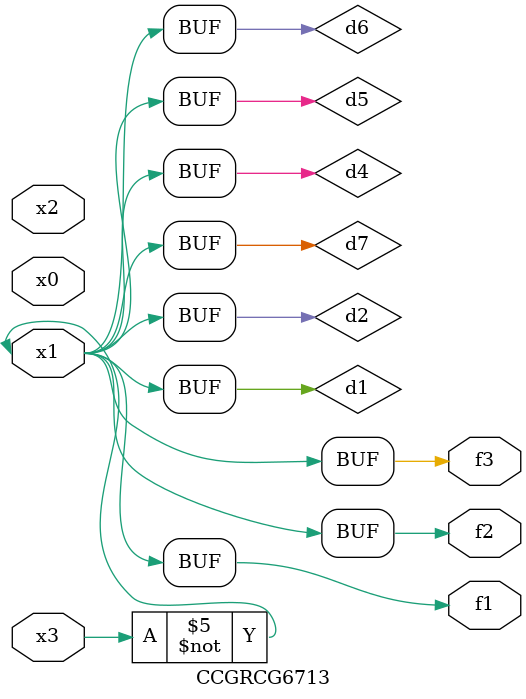
<source format=v>
module CCGRCG6713(
	input x0, x1, x2, x3,
	output f1, f2, f3
);

	wire d1, d2, d3, d4, d5, d6, d7;

	not (d1, x3);
	buf (d2, x1);
	xnor (d3, d1, d2);
	nor (d4, d1);
	buf (d5, d1, d2);
	buf (d6, d4, d5);
	nand (d7, d4);
	assign f1 = d6;
	assign f2 = d7;
	assign f3 = d6;
endmodule

</source>
